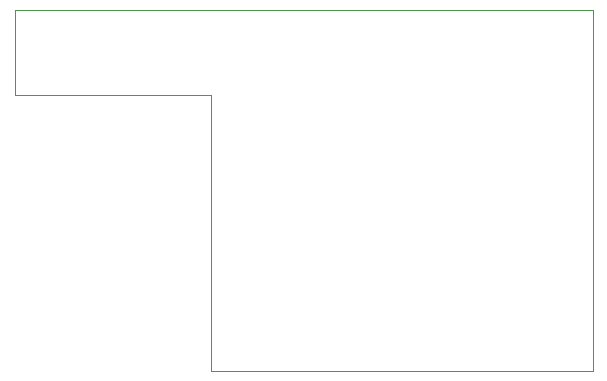
<source format=gbr>
%TF.GenerationSoftware,KiCad,Pcbnew,(6.0.5)*%
%TF.CreationDate,2022-07-15T13:09:05-06:00*%
%TF.ProjectId,25to25,3235746f-3235-42e6-9b69-6361645f7063,rev?*%
%TF.SameCoordinates,Original*%
%TF.FileFunction,Profile,NP*%
%FSLAX46Y46*%
G04 Gerber Fmt 4.6, Leading zero omitted, Abs format (unit mm)*
G04 Created by KiCad (PCBNEW (6.0.5)) date 2022-07-15 13:09:05*
%MOMM*%
%LPD*%
G01*
G04 APERTURE LIST*
%TA.AperFunction,Profile*%
%ADD10C,0.100000*%
%TD*%
G04 APERTURE END LIST*
D10*
X133200000Y-65700000D02*
X133200000Y-89100000D01*
X165500000Y-58500000D02*
X133200000Y-58500000D01*
X116600000Y-58500000D02*
X117000000Y-58500000D01*
X165500000Y-89100000D02*
X165500000Y-58500000D01*
X133200000Y-89100000D02*
X165500000Y-89100000D01*
X116600000Y-58500000D02*
X116600000Y-65700000D01*
X117000000Y-65700000D02*
X116600000Y-65700000D01*
X133200000Y-58500000D02*
X117000000Y-58500000D01*
X117000000Y-65700000D02*
X133200000Y-65700000D01*
M02*

</source>
